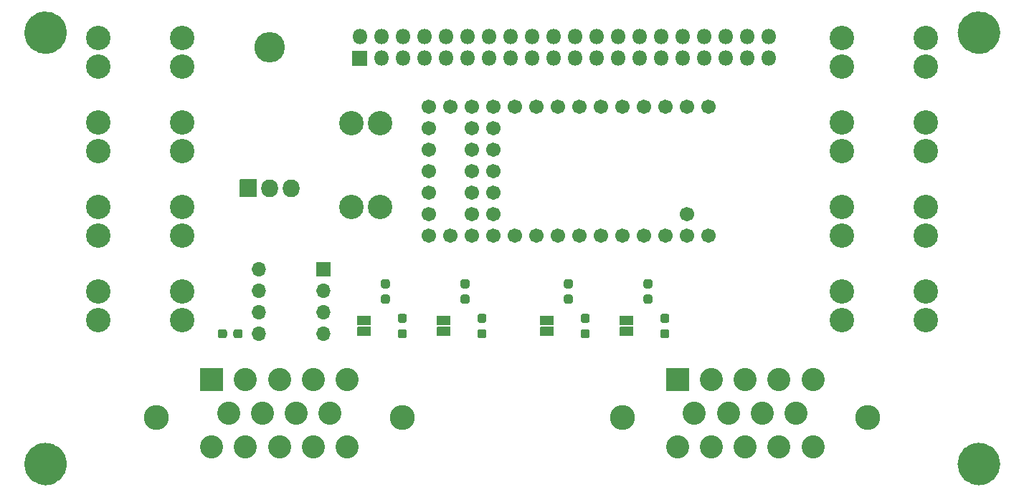
<source format=gbs>
%TF.GenerationSoftware,KiCad,Pcbnew,(5.1.9)-1*%
%TF.CreationDate,2022-01-24T01:27:23-08:00*%
%TF.ProjectId,MAIN_daq,4d41494e-5f64-4617-912e-6b696361645f,v1.0*%
%TF.SameCoordinates,Original*%
%TF.FileFunction,Soldermask,Bot*%
%TF.FilePolarity,Negative*%
%FSLAX46Y46*%
G04 Gerber Fmt 4.6, Leading zero omitted, Abs format (unit mm)*
G04 Created by KiCad (PCBNEW (5.1.9)-1) date 2022-01-24 01:27:23*
%MOMM*%
%LPD*%
G01*
G04 APERTURE LIST*
%ADD10C,2.500000*%
%ADD11C,2.951600*%
%ADD12C,2.726600*%
%ADD13C,2.881600*%
%ADD14O,1.801600X1.801600*%
%ADD15C,1.701600*%
%ADD16O,1.701600X1.701600*%
%ADD17O,2.006600X2.101600*%
%ADD18O,3.601600X3.601600*%
G04 APERTURE END LIST*
D10*
X183850000Y-131000000D02*
G75*
G03*
X183850000Y-131000000I-1250000J0D01*
G01*
X183850000Y-80000000D02*
G75*
G03*
X183850000Y-80000000I-1250000J0D01*
G01*
X73650000Y-131000000D02*
G75*
G03*
X73650000Y-131000000I-1250000J0D01*
G01*
X73650000Y-80000000D02*
G75*
G03*
X73650000Y-80000000I-1250000J0D01*
G01*
X183850000Y-131000000D02*
G75*
G03*
X183850000Y-131000000I-1250000J0D01*
G01*
X183850000Y-80000000D02*
G75*
G03*
X183850000Y-80000000I-1250000J0D01*
G01*
X73650000Y-131000000D02*
G75*
G03*
X73650000Y-131000000I-1250000J0D01*
G01*
X73650000Y-80000000D02*
G75*
G03*
X73650000Y-80000000I-1250000J0D01*
G01*
D11*
%TO.C,J2*%
X169500000Y-125500000D03*
X140500000Y-125500000D03*
D12*
X163000000Y-129000000D03*
X159000000Y-129000000D03*
X155000000Y-129000000D03*
X151000000Y-129000000D03*
X147000000Y-129000000D03*
X161000000Y-125000000D03*
X157000000Y-125000000D03*
X153000000Y-125000000D03*
X149000000Y-125000000D03*
X163000000Y-121000000D03*
X159000000Y-121000000D03*
X155000000Y-121000000D03*
X151000000Y-121000000D03*
G36*
G01*
X145636700Y-122312500D02*
X145636700Y-119687500D01*
G75*
G02*
X145687500Y-119636700I50800J0D01*
G01*
X148312500Y-119636700D01*
G75*
G02*
X148363300Y-119687500I0J-50800D01*
G01*
X148363300Y-122312500D01*
G75*
G02*
X148312500Y-122363300I-50800J0D01*
G01*
X145687500Y-122363300D01*
G75*
G02*
X145636700Y-122312500I0J50800D01*
G01*
G37*
%TD*%
D11*
%TO.C,J1*%
X114500000Y-125500000D03*
X85500000Y-125500000D03*
D12*
X108000000Y-129000000D03*
X104000000Y-129000000D03*
X100000000Y-129000000D03*
X96000000Y-129000000D03*
X92000000Y-129000000D03*
X106000000Y-125000000D03*
X102000000Y-125000000D03*
X98000000Y-125000000D03*
X94000000Y-125000000D03*
X108000000Y-121000000D03*
X104000000Y-121000000D03*
X100000000Y-121000000D03*
X96000000Y-121000000D03*
G36*
G01*
X90636700Y-122312500D02*
X90636700Y-119687500D01*
G75*
G02*
X90687500Y-119636700I50800J0D01*
G01*
X93312500Y-119636700D01*
G75*
G02*
X93363300Y-119687500I0J-50800D01*
G01*
X93363300Y-122312500D01*
G75*
G02*
X93312500Y-122363300I-50800J0D01*
G01*
X90687500Y-122363300D01*
G75*
G02*
X90636700Y-122312500I0J50800D01*
G01*
G37*
%TD*%
D13*
%TO.C,F1*%
X88560000Y-84000000D03*
X88560000Y-80600000D03*
X78640000Y-84000000D03*
X78640000Y-80600000D03*
%TD*%
%TO.C,F2*%
X78640000Y-90600000D03*
X78640000Y-94000000D03*
X88560000Y-90600000D03*
X88560000Y-94000000D03*
%TD*%
%TO.C,F3*%
X88560000Y-104000000D03*
X88560000Y-100600000D03*
X78640000Y-104000000D03*
X78640000Y-100600000D03*
%TD*%
%TO.C,F4*%
X78640000Y-110600000D03*
X78640000Y-114000000D03*
X88560000Y-110600000D03*
X88560000Y-114000000D03*
%TD*%
%TO.C,F5*%
X166440000Y-80600000D03*
X166440000Y-84000000D03*
X176360000Y-80600000D03*
X176360000Y-84000000D03*
%TD*%
%TO.C,F6*%
X176360000Y-94000000D03*
X176360000Y-90600000D03*
X166440000Y-94000000D03*
X166440000Y-90600000D03*
%TD*%
%TO.C,F7*%
X166440000Y-100600000D03*
X166440000Y-104000000D03*
X176360000Y-100600000D03*
X176360000Y-104000000D03*
%TD*%
%TO.C,F8*%
X176360000Y-114000000D03*
X176360000Y-110600000D03*
X166440000Y-114000000D03*
X166440000Y-110600000D03*
%TD*%
%TO.C,F9*%
X111907500Y-90680000D03*
X108507500Y-90680000D03*
X111907500Y-100600000D03*
X108507500Y-100600000D03*
%TD*%
D14*
%TO.C,J3*%
X157770000Y-80490000D03*
X157770000Y-83030000D03*
X155230000Y-80490000D03*
X155230000Y-83030000D03*
X152690000Y-80490000D03*
X152690000Y-83030000D03*
X150150000Y-80490000D03*
X150150000Y-83030000D03*
X147610000Y-80490000D03*
X147610000Y-83030000D03*
X145070000Y-80490000D03*
X145070000Y-83030000D03*
X142530000Y-80490000D03*
X142530000Y-83030000D03*
X139990000Y-80490000D03*
X139990000Y-83030000D03*
X137450000Y-80490000D03*
X137450000Y-83030000D03*
X134910000Y-80490000D03*
X134910000Y-83030000D03*
X132370000Y-80490000D03*
X132370000Y-83030000D03*
X129830000Y-80490000D03*
X129830000Y-83030000D03*
X127290000Y-80490000D03*
X127290000Y-83030000D03*
X124750000Y-80490000D03*
X124750000Y-83030000D03*
X122210000Y-80490000D03*
X122210000Y-83030000D03*
X119670000Y-80490000D03*
X119670000Y-83030000D03*
X117130000Y-80490000D03*
X117130000Y-83030000D03*
X114590000Y-80490000D03*
X114590000Y-83030000D03*
X112050000Y-80490000D03*
X112050000Y-83030000D03*
X109510000Y-80490000D03*
G36*
G01*
X110360000Y-83930800D02*
X108660000Y-83930800D01*
G75*
G02*
X108609200Y-83880000I0J50800D01*
G01*
X108609200Y-82180000D01*
G75*
G02*
X108660000Y-82129200I50800J0D01*
G01*
X110360000Y-82129200D01*
G75*
G02*
X110410800Y-82180000I0J-50800D01*
G01*
X110410800Y-83880000D01*
G75*
G02*
X110360000Y-83930800I-50800J0D01*
G01*
G37*
%TD*%
%TO.C,R1*%
G36*
G01*
X114782900Y-114305800D02*
X114257100Y-114305800D01*
G75*
G02*
X113994200Y-114042900I0J262900D01*
G01*
X113994200Y-113492100D01*
G75*
G02*
X114257100Y-113229200I262900J0D01*
G01*
X114782900Y-113229200D01*
G75*
G02*
X115045800Y-113492100I0J-262900D01*
G01*
X115045800Y-114042900D01*
G75*
G02*
X114782900Y-114305800I-262900J0D01*
G01*
G37*
G36*
G01*
X114782900Y-116130800D02*
X114257100Y-116130800D01*
G75*
G02*
X113994200Y-115867900I0J262900D01*
G01*
X113994200Y-115317100D01*
G75*
G02*
X114257100Y-115054200I262900J0D01*
G01*
X114782900Y-115054200D01*
G75*
G02*
X115045800Y-115317100I0J-262900D01*
G01*
X115045800Y-115867900D01*
G75*
G02*
X114782900Y-116130800I-262900J0D01*
G01*
G37*
%TD*%
%TO.C,R3*%
G36*
G01*
X124182900Y-116130800D02*
X123657100Y-116130800D01*
G75*
G02*
X123394200Y-115867900I0J262900D01*
G01*
X123394200Y-115317100D01*
G75*
G02*
X123657100Y-115054200I262900J0D01*
G01*
X124182900Y-115054200D01*
G75*
G02*
X124445800Y-115317100I0J-262900D01*
G01*
X124445800Y-115867900D01*
G75*
G02*
X124182900Y-116130800I-262900J0D01*
G01*
G37*
G36*
G01*
X124182900Y-114305800D02*
X123657100Y-114305800D01*
G75*
G02*
X123394200Y-114042900I0J262900D01*
G01*
X123394200Y-113492100D01*
G75*
G02*
X123657100Y-113229200I262900J0D01*
G01*
X124182900Y-113229200D01*
G75*
G02*
X124445800Y-113492100I0J-262900D01*
G01*
X124445800Y-114042900D01*
G75*
G02*
X124182900Y-114305800I-262900J0D01*
G01*
G37*
%TD*%
%TO.C,R5*%
G36*
G01*
X112787900Y-112050800D02*
X112262100Y-112050800D01*
G75*
G02*
X111999200Y-111787900I0J262900D01*
G01*
X111999200Y-111237100D01*
G75*
G02*
X112262100Y-110974200I262900J0D01*
G01*
X112787900Y-110974200D01*
G75*
G02*
X113050800Y-111237100I0J-262900D01*
G01*
X113050800Y-111787900D01*
G75*
G02*
X112787900Y-112050800I-262900J0D01*
G01*
G37*
G36*
G01*
X112787900Y-110225800D02*
X112262100Y-110225800D01*
G75*
G02*
X111999200Y-109962900I0J262900D01*
G01*
X111999200Y-109412100D01*
G75*
G02*
X112262100Y-109149200I262900J0D01*
G01*
X112787900Y-109149200D01*
G75*
G02*
X113050800Y-109412100I0J-262900D01*
G01*
X113050800Y-109962900D01*
G75*
G02*
X112787900Y-110225800I-262900J0D01*
G01*
G37*
%TD*%
%TO.C,R6*%
G36*
G01*
X122187900Y-110225800D02*
X121662100Y-110225800D01*
G75*
G02*
X121399200Y-109962900I0J262900D01*
G01*
X121399200Y-109412100D01*
G75*
G02*
X121662100Y-109149200I262900J0D01*
G01*
X122187900Y-109149200D01*
G75*
G02*
X122450800Y-109412100I0J-262900D01*
G01*
X122450800Y-109962900D01*
G75*
G02*
X122187900Y-110225800I-262900J0D01*
G01*
G37*
G36*
G01*
X122187900Y-112050800D02*
X121662100Y-112050800D01*
G75*
G02*
X121399200Y-111787900I0J262900D01*
G01*
X121399200Y-111237100D01*
G75*
G02*
X121662100Y-110974200I262900J0D01*
G01*
X122187900Y-110974200D01*
G75*
G02*
X122450800Y-111237100I0J-262900D01*
G01*
X122450800Y-111787900D01*
G75*
G02*
X122187900Y-112050800I-262900J0D01*
G01*
G37*
%TD*%
%TO.C,R7*%
G36*
G01*
X136382900Y-116130800D02*
X135857100Y-116130800D01*
G75*
G02*
X135594200Y-115867900I0J262900D01*
G01*
X135594200Y-115317100D01*
G75*
G02*
X135857100Y-115054200I262900J0D01*
G01*
X136382900Y-115054200D01*
G75*
G02*
X136645800Y-115317100I0J-262900D01*
G01*
X136645800Y-115867900D01*
G75*
G02*
X136382900Y-116130800I-262900J0D01*
G01*
G37*
G36*
G01*
X136382900Y-114305800D02*
X135857100Y-114305800D01*
G75*
G02*
X135594200Y-114042900I0J262900D01*
G01*
X135594200Y-113492100D01*
G75*
G02*
X135857100Y-113229200I262900J0D01*
G01*
X136382900Y-113229200D01*
G75*
G02*
X136645800Y-113492100I0J-262900D01*
G01*
X136645800Y-114042900D01*
G75*
G02*
X136382900Y-114305800I-262900J0D01*
G01*
G37*
%TD*%
%TO.C,R9*%
G36*
G01*
X145782900Y-116130800D02*
X145257100Y-116130800D01*
G75*
G02*
X144994200Y-115867900I0J262900D01*
G01*
X144994200Y-115317100D01*
G75*
G02*
X145257100Y-115054200I262900J0D01*
G01*
X145782900Y-115054200D01*
G75*
G02*
X146045800Y-115317100I0J-262900D01*
G01*
X146045800Y-115867900D01*
G75*
G02*
X145782900Y-116130800I-262900J0D01*
G01*
G37*
G36*
G01*
X145782900Y-114305800D02*
X145257100Y-114305800D01*
G75*
G02*
X144994200Y-114042900I0J262900D01*
G01*
X144994200Y-113492100D01*
G75*
G02*
X145257100Y-113229200I262900J0D01*
G01*
X145782900Y-113229200D01*
G75*
G02*
X146045800Y-113492100I0J-262900D01*
G01*
X146045800Y-114042900D01*
G75*
G02*
X145782900Y-114305800I-262900J0D01*
G01*
G37*
%TD*%
%TO.C,R11*%
G36*
G01*
X134387900Y-110225800D02*
X133862100Y-110225800D01*
G75*
G02*
X133599200Y-109962900I0J262900D01*
G01*
X133599200Y-109412100D01*
G75*
G02*
X133862100Y-109149200I262900J0D01*
G01*
X134387900Y-109149200D01*
G75*
G02*
X134650800Y-109412100I0J-262900D01*
G01*
X134650800Y-109962900D01*
G75*
G02*
X134387900Y-110225800I-262900J0D01*
G01*
G37*
G36*
G01*
X134387900Y-112050800D02*
X133862100Y-112050800D01*
G75*
G02*
X133599200Y-111787900I0J262900D01*
G01*
X133599200Y-111237100D01*
G75*
G02*
X133862100Y-110974200I262900J0D01*
G01*
X134387900Y-110974200D01*
G75*
G02*
X134650800Y-111237100I0J-262900D01*
G01*
X134650800Y-111787900D01*
G75*
G02*
X134387900Y-112050800I-262900J0D01*
G01*
G37*
%TD*%
%TO.C,R12*%
G36*
G01*
X143787900Y-110225800D02*
X143262100Y-110225800D01*
G75*
G02*
X142999200Y-109962900I0J262900D01*
G01*
X142999200Y-109412100D01*
G75*
G02*
X143262100Y-109149200I262900J0D01*
G01*
X143787900Y-109149200D01*
G75*
G02*
X144050800Y-109412100I0J-262900D01*
G01*
X144050800Y-109962900D01*
G75*
G02*
X143787900Y-110225800I-262900J0D01*
G01*
G37*
G36*
G01*
X143787900Y-112050800D02*
X143262100Y-112050800D01*
G75*
G02*
X142999200Y-111787900I0J262900D01*
G01*
X142999200Y-111237100D01*
G75*
G02*
X143262100Y-110974200I262900J0D01*
G01*
X143787900Y-110974200D01*
G75*
G02*
X144050800Y-111237100I0J-262900D01*
G01*
X144050800Y-111787900D01*
G75*
G02*
X143787900Y-112050800I-262900J0D01*
G01*
G37*
%TD*%
%TO.C,R13*%
G36*
G01*
X92749200Y-115862900D02*
X92749200Y-115337100D01*
G75*
G02*
X93012100Y-115074200I262900J0D01*
G01*
X93562900Y-115074200D01*
G75*
G02*
X93825800Y-115337100I0J-262900D01*
G01*
X93825800Y-115862900D01*
G75*
G02*
X93562900Y-116125800I-262900J0D01*
G01*
X93012100Y-116125800D01*
G75*
G02*
X92749200Y-115862900I0J262900D01*
G01*
G37*
G36*
G01*
X94574200Y-115862900D02*
X94574200Y-115337100D01*
G75*
G02*
X94837100Y-115074200I262900J0D01*
G01*
X95387900Y-115074200D01*
G75*
G02*
X95650800Y-115337100I0J-262900D01*
G01*
X95650800Y-115862900D01*
G75*
G02*
X95387900Y-116125800I-262900J0D01*
G01*
X94837100Y-116125800D01*
G75*
G02*
X94574200Y-115862900I0J262900D01*
G01*
G37*
%TD*%
D15*
%TO.C,U1*%
X117615000Y-96400000D03*
X117615000Y-98940000D03*
X117615000Y-101480000D03*
X117615000Y-104020000D03*
X117615000Y-93860000D03*
X117615000Y-91320000D03*
X117615000Y-88780000D03*
X120155000Y-104020000D03*
X122695000Y-104020000D03*
X125235000Y-104020000D03*
X127775000Y-104020000D03*
X130315000Y-104020000D03*
X132855000Y-104020000D03*
X135395000Y-104020000D03*
X137935000Y-104020000D03*
X140475000Y-104020000D03*
X143015000Y-104020000D03*
X145555000Y-104020000D03*
X148095000Y-104020000D03*
X150635000Y-104020000D03*
X148095000Y-101480000D03*
X120155000Y-88780000D03*
X122695000Y-88780000D03*
X125235000Y-88780000D03*
X127775000Y-88780000D03*
X130315000Y-88780000D03*
X132855000Y-88780000D03*
X135395000Y-88780000D03*
X137935000Y-88780000D03*
X140475000Y-88780000D03*
X143015000Y-88780000D03*
X145555000Y-88780000D03*
X148095000Y-88780000D03*
X150635000Y-88780000D03*
X122695000Y-101480000D03*
X125235000Y-101480000D03*
X122695000Y-98940000D03*
X125235000Y-98940000D03*
X122695000Y-96400000D03*
X125235000Y-96400000D03*
X122695000Y-93860000D03*
X125235000Y-93860000D03*
X122695000Y-91320000D03*
X125235000Y-91320000D03*
%TD*%
%TO.C,U3*%
G36*
G01*
X106050800Y-107200000D02*
X106050800Y-108800000D01*
G75*
G02*
X106000000Y-108850800I-50800J0D01*
G01*
X104400000Y-108850800D01*
G75*
G02*
X104349200Y-108800000I0J50800D01*
G01*
X104349200Y-107200000D01*
G75*
G02*
X104400000Y-107149200I50800J0D01*
G01*
X106000000Y-107149200D01*
G75*
G02*
X106050800Y-107200000I0J-50800D01*
G01*
G37*
D16*
X97580000Y-115620000D03*
X105200000Y-110540000D03*
X97580000Y-113080000D03*
X105200000Y-113080000D03*
X97580000Y-110540000D03*
X105200000Y-115620000D03*
X97580000Y-108000000D03*
%TD*%
D17*
%TO.C,U2*%
X101410000Y-98390000D03*
X98870000Y-98390000D03*
G36*
G01*
X95326700Y-99390000D02*
X95326700Y-97390000D01*
G75*
G02*
X95377500Y-97339200I50800J0D01*
G01*
X97282500Y-97339200D01*
G75*
G02*
X97333300Y-97390000I0J-50800D01*
G01*
X97333300Y-99390000D01*
G75*
G02*
X97282500Y-99440800I-50800J0D01*
G01*
X95377500Y-99440800D01*
G75*
G02*
X95326700Y-99390000I0J50800D01*
G01*
G37*
D18*
X98870000Y-81730000D03*
%TD*%
%TO.C,R8*%
G36*
G01*
X132355000Y-114580800D02*
X130855000Y-114580800D01*
G75*
G02*
X130804200Y-114530000I0J50800D01*
G01*
X130804200Y-113530000D01*
G75*
G02*
X130855000Y-113479200I50800J0D01*
G01*
X132355000Y-113479200D01*
G75*
G02*
X132405800Y-113530000I0J-50800D01*
G01*
X132405800Y-114530000D01*
G75*
G02*
X132355000Y-114580800I-50800J0D01*
G01*
G37*
G36*
G01*
X132355000Y-115880800D02*
X130855000Y-115880800D01*
G75*
G02*
X130804200Y-115830000I0J50800D01*
G01*
X130804200Y-114830000D01*
G75*
G02*
X130855000Y-114779200I50800J0D01*
G01*
X132355000Y-114779200D01*
G75*
G02*
X132405800Y-114830000I0J-50800D01*
G01*
X132405800Y-115830000D01*
G75*
G02*
X132355000Y-115880800I-50800J0D01*
G01*
G37*
%TD*%
%TO.C,R2*%
G36*
G01*
X110755000Y-114580800D02*
X109255000Y-114580800D01*
G75*
G02*
X109204200Y-114530000I0J50800D01*
G01*
X109204200Y-113530000D01*
G75*
G02*
X109255000Y-113479200I50800J0D01*
G01*
X110755000Y-113479200D01*
G75*
G02*
X110805800Y-113530000I0J-50800D01*
G01*
X110805800Y-114530000D01*
G75*
G02*
X110755000Y-114580800I-50800J0D01*
G01*
G37*
G36*
G01*
X110755000Y-115880800D02*
X109255000Y-115880800D01*
G75*
G02*
X109204200Y-115830000I0J50800D01*
G01*
X109204200Y-114830000D01*
G75*
G02*
X109255000Y-114779200I50800J0D01*
G01*
X110755000Y-114779200D01*
G75*
G02*
X110805800Y-114830000I0J-50800D01*
G01*
X110805800Y-115830000D01*
G75*
G02*
X110755000Y-115880800I-50800J0D01*
G01*
G37*
%TD*%
%TO.C,R4*%
G36*
G01*
X120155000Y-115880800D02*
X118655000Y-115880800D01*
G75*
G02*
X118604200Y-115830000I0J50800D01*
G01*
X118604200Y-114830000D01*
G75*
G02*
X118655000Y-114779200I50800J0D01*
G01*
X120155000Y-114779200D01*
G75*
G02*
X120205800Y-114830000I0J-50800D01*
G01*
X120205800Y-115830000D01*
G75*
G02*
X120155000Y-115880800I-50800J0D01*
G01*
G37*
G36*
G01*
X120155000Y-114580800D02*
X118655000Y-114580800D01*
G75*
G02*
X118604200Y-114530000I0J50800D01*
G01*
X118604200Y-113530000D01*
G75*
G02*
X118655000Y-113479200I50800J0D01*
G01*
X120155000Y-113479200D01*
G75*
G02*
X120205800Y-113530000I0J-50800D01*
G01*
X120205800Y-114530000D01*
G75*
G02*
X120155000Y-114580800I-50800J0D01*
G01*
G37*
%TD*%
%TO.C,R10*%
G36*
G01*
X141755000Y-114580800D02*
X140255000Y-114580800D01*
G75*
G02*
X140204200Y-114530000I0J50800D01*
G01*
X140204200Y-113530000D01*
G75*
G02*
X140255000Y-113479200I50800J0D01*
G01*
X141755000Y-113479200D01*
G75*
G02*
X141805800Y-113530000I0J-50800D01*
G01*
X141805800Y-114530000D01*
G75*
G02*
X141755000Y-114580800I-50800J0D01*
G01*
G37*
G36*
G01*
X141755000Y-115880800D02*
X140255000Y-115880800D01*
G75*
G02*
X140204200Y-115830000I0J50800D01*
G01*
X140204200Y-114830000D01*
G75*
G02*
X140255000Y-114779200I50800J0D01*
G01*
X141755000Y-114779200D01*
G75*
G02*
X141805800Y-114830000I0J-50800D01*
G01*
X141805800Y-115830000D01*
G75*
G02*
X141755000Y-115880800I-50800J0D01*
G01*
G37*
%TD*%
M02*

</source>
